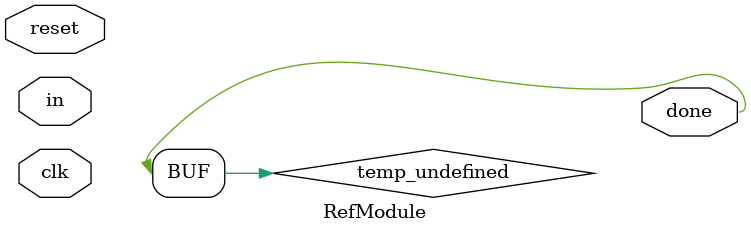
<source format=sv>

module RefModule (
  input clk,
  input in,
  input reset,
  output done
);

  parameter B0=0, B1=1, B2=2, B3=3, B4=4, B5=5, B6=6, B7=7, START=8, STOP=9, DONE=10, ERR=11;
  reg [3:0] state;
  reg [3:0] next;

  always @(*) begin
    case (state)
      START: next = in ? START : B0;  // start bit is 0
      B0: next = B1;
      B1: next = B2;
      B2: next = B3;
      B3: next = B4;
      B4: next = B5;
      B5: next = B6;
      B6: next = B7;
      B7: next = STOP;
      STOP: next = in ? DONE : ERR;  // stop bit is 1. Idle state is 1.
      DONE: next = in ? START : B0;
      ERR: next = in ? START : ERR;
    endcase
  end

  always @(posedge clk) begin
    if (reset) state <= START;
      else state <= next;
  end

  assign done = temp_undefined;

endmodule


</source>
